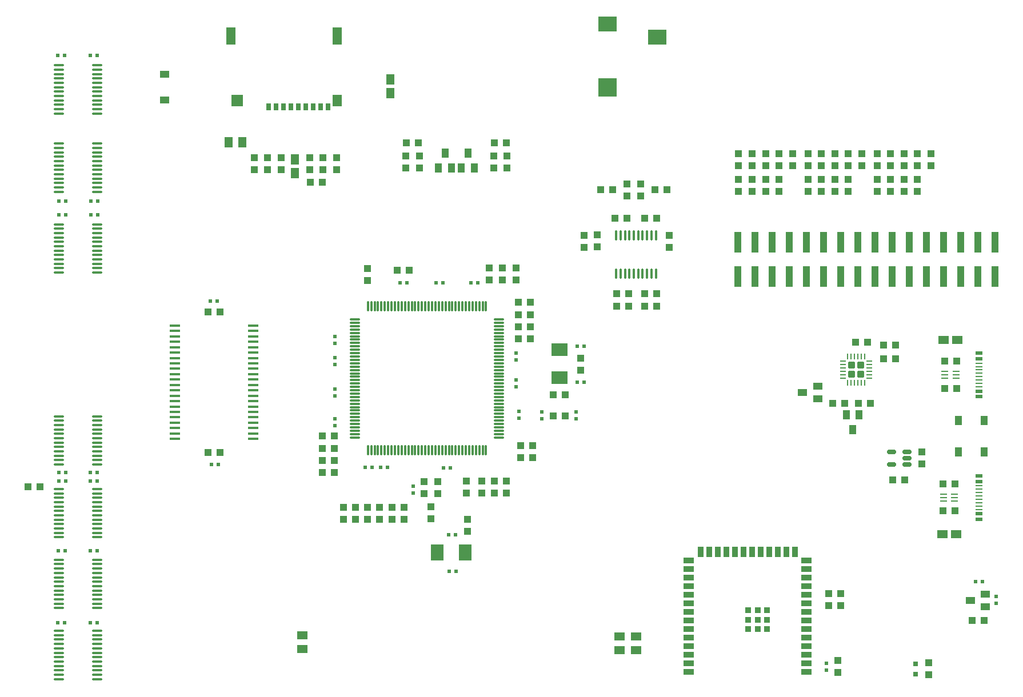
<source format=gbr>
%TF.GenerationSoftware,KiCad,Pcbnew,9.0.0*%
%TF.CreationDate,2025-05-18T10:37:10+02:00*%
%TF.ProjectId,HexAgon,48657841-676f-46e2-9e6b-696361645f70,rev?*%
%TF.SameCoordinates,Original*%
%TF.FileFunction,Paste,Top*%
%TF.FilePolarity,Positive*%
%FSLAX46Y46*%
G04 Gerber Fmt 4.6, Leading zero omitted, Abs format (unit mm)*
G04 Created by KiCad (PCBNEW 9.0.0) date 2025-05-18 10:37:10*
%MOMM*%
%LPD*%
G01*
G04 APERTURE LIST*
G04 Aperture macros list*
%AMRoundRect*
0 Rectangle with rounded corners*
0 $1 Rounding radius*
0 $2 $3 $4 $5 $6 $7 $8 $9 X,Y pos of 4 corners*
0 Add a 4 corners polygon primitive as box body*
4,1,4,$2,$3,$4,$5,$6,$7,$8,$9,$2,$3,0*
0 Add four circle primitives for the rounded corners*
1,1,$1+$1,$2,$3*
1,1,$1+$1,$4,$5*
1,1,$1+$1,$6,$7*
1,1,$1+$1,$8,$9*
0 Add four rect primitives between the rounded corners*
20,1,$1+$1,$2,$3,$4,$5,0*
20,1,$1+$1,$4,$5,$6,$7,0*
20,1,$1+$1,$6,$7,$8,$9,0*
20,1,$1+$1,$8,$9,$2,$3,0*%
G04 Aperture macros list end*
%ADD10R,1.500000X0.900000*%
%ADD11R,0.900000X1.500000*%
%ADD12R,0.900000X0.900000*%
%ADD13R,1.130000X0.530000*%
%ADD14R,1.130000X0.230000*%
%ADD15R,0.980000X0.230000*%
%ADD16RoundRect,0.075000X-0.662500X-0.075000X0.662500X-0.075000X0.662500X0.075000X-0.662500X0.075000X0*%
%ADD17RoundRect,0.075000X-0.075000X-0.662500X0.075000X-0.662500X0.075000X0.662500X-0.075000X0.662500X0*%
%ADD18R,1.016000X1.016000*%
%ADD19R,0.500000X0.550000*%
%ADD20R,1.000000X1.400000*%
%ADD21R,1.900000X2.400000*%
%ADD22R,0.550000X0.500000*%
%ADD23R,1.524000X1.270000*%
%ADD24R,1.400000X1.000000*%
%ADD25RoundRect,0.100000X-0.100000X0.637500X-0.100000X-0.637500X0.100000X-0.637500X0.100000X0.637500X0*%
%ADD26R,1.270000X1.524000*%
%ADD27RoundRect,0.100000X0.637500X0.100000X-0.637500X0.100000X-0.637500X-0.100000X0.637500X-0.100000X0*%
%ADD28RoundRect,0.100000X-0.637500X-0.100000X0.637500X-0.100000X0.637500X0.100000X-0.637500X0.100000X0*%
%ADD29R,1.000000X3.150000*%
%ADD30RoundRect,0.250000X0.275000X0.275000X-0.275000X0.275000X-0.275000X-0.275000X0.275000X-0.275000X0*%
%ADD31RoundRect,0.062500X0.350000X0.062500X-0.350000X0.062500X-0.350000X-0.062500X0.350000X-0.062500X0*%
%ADD32RoundRect,0.062500X0.062500X0.350000X-0.062500X0.350000X-0.062500X-0.350000X0.062500X-0.350000X0*%
%ADD33R,0.800000X0.800000*%
%ADD34R,1.500000X0.400000*%
%ADD35R,0.700000X1.100000*%
%ADD36R,1.800000X1.800000*%
%ADD37R,1.400000X1.800000*%
%ADD38R,1.400000X2.600000*%
%ADD39RoundRect,0.150000X0.512500X0.150000X-0.512500X0.150000X-0.512500X-0.150000X0.512500X-0.150000X0*%
%ADD40R,2.800000X2.200000*%
%ADD41R,2.800000X2.800000*%
%ADD42R,2.400000X1.900000*%
G04 APERTURE END LIST*
D10*
%TO.C,U2*%
X205500000Y-142400000D03*
X205500000Y-141130000D03*
X205500000Y-139860000D03*
X205500000Y-138590000D03*
X205500000Y-137320000D03*
X205500000Y-136050000D03*
X205500000Y-134780000D03*
X205500000Y-133510000D03*
X205500000Y-132240000D03*
X205500000Y-130970000D03*
X205500000Y-129700000D03*
X205500000Y-128430000D03*
X205500000Y-127160000D03*
X205500000Y-125890000D03*
D11*
X203735000Y-124640000D03*
X202465000Y-124640000D03*
X201195000Y-124640000D03*
X199925000Y-124640000D03*
X198655000Y-124640000D03*
X197385000Y-124640000D03*
X196115000Y-124640000D03*
X194845000Y-124640000D03*
X193575000Y-124640000D03*
X192305000Y-124640000D03*
X191035000Y-124640000D03*
X189765000Y-124640000D03*
D10*
X188000000Y-125890000D03*
X188000000Y-127160000D03*
X188000000Y-128430000D03*
X188000000Y-129700000D03*
X188000000Y-130970000D03*
X188000000Y-132240000D03*
X188000000Y-133510000D03*
X188000000Y-134780000D03*
X188000000Y-136050000D03*
X188000000Y-137320000D03*
X188000000Y-138590000D03*
X188000000Y-139860000D03*
X188000000Y-141130000D03*
X188000000Y-142400000D03*
D12*
X199650000Y-136080000D03*
X199650000Y-134680000D03*
X199650000Y-133280000D03*
X199650000Y-133280000D03*
X198250000Y-136080000D03*
X198250000Y-136080000D03*
X198250000Y-134680000D03*
X198250000Y-133280000D03*
X196850000Y-136080000D03*
X196850000Y-134680000D03*
X196850000Y-133280000D03*
%TD*%
D13*
%TO.C,USBC_UART0*%
X231053312Y-101621038D03*
X231053312Y-100821038D03*
D14*
X231053312Y-99671038D03*
X231053312Y-98671038D03*
X231053312Y-98171038D03*
X231053312Y-97171038D03*
D13*
X231053312Y-96021038D03*
X231053312Y-95221038D03*
X231053312Y-95221038D03*
X231053312Y-96021038D03*
D14*
X231053312Y-96671038D03*
X231053312Y-97671038D03*
X231053312Y-99171038D03*
X231053312Y-100171038D03*
D13*
X231053312Y-100821038D03*
X231053312Y-101621038D03*
%TD*%
%TO.C,USBC_OTG0*%
X231053312Y-119800000D03*
X231053312Y-119000000D03*
D14*
X231053312Y-118350000D03*
X231053312Y-117350000D03*
X231053312Y-115850000D03*
X231053312Y-114850000D03*
D13*
X231053312Y-114200000D03*
X231053312Y-113400000D03*
X231053312Y-113400000D03*
X231053312Y-114200000D03*
D14*
X231053312Y-115350000D03*
X231053312Y-116350000D03*
X231053312Y-116850000D03*
X231053312Y-117850000D03*
D13*
X231053312Y-119000000D03*
X231053312Y-119800000D03*
%TD*%
D15*
%TO.C,U7*%
X225990000Y-98900000D03*
X225990000Y-98400000D03*
X225990000Y-97900000D03*
X227610000Y-97900000D03*
X227610000Y-98400000D03*
X227610000Y-98900000D03*
%TD*%
D16*
%TO.C,U5*%
X138587500Y-90187500D03*
X138587500Y-90687500D03*
X138587500Y-91187500D03*
X138587500Y-91687500D03*
X138587500Y-92187500D03*
X138587500Y-92687500D03*
X138587500Y-93187500D03*
X138587500Y-93687500D03*
X138587500Y-94187500D03*
X138587500Y-94687500D03*
X138587500Y-95187500D03*
X138587500Y-95687500D03*
X138587500Y-96187500D03*
X138587500Y-96687500D03*
X138587500Y-97187500D03*
X138587500Y-97687500D03*
X138587500Y-98187500D03*
X138587500Y-98687500D03*
X138587500Y-99187500D03*
X138587500Y-99687500D03*
X138587500Y-100187500D03*
X138587500Y-100687500D03*
X138587500Y-101187500D03*
X138587500Y-101687500D03*
X138587500Y-102187500D03*
X138587500Y-102687500D03*
X138587500Y-103187500D03*
X138587500Y-103687500D03*
X138587500Y-104187500D03*
X138587500Y-104687500D03*
X138587500Y-105187500D03*
X138587500Y-105687500D03*
X138587500Y-106187500D03*
X138587500Y-106687500D03*
X138587500Y-107187500D03*
X138587500Y-107687500D03*
D17*
X140500000Y-109600000D03*
X141000000Y-109600000D03*
X141500000Y-109600000D03*
X142000000Y-109600000D03*
X142500000Y-109600000D03*
X143000000Y-109600000D03*
X143500000Y-109600000D03*
X144000000Y-109600000D03*
X144500000Y-109600000D03*
X145000000Y-109600000D03*
X145500000Y-109600000D03*
X146000000Y-109600000D03*
X146500000Y-109600000D03*
X147000000Y-109600000D03*
X147500000Y-109600000D03*
X148000000Y-109600000D03*
X148500000Y-109600000D03*
X149000000Y-109600000D03*
X149500000Y-109600000D03*
X150000000Y-109600000D03*
X150500000Y-109600000D03*
X151000000Y-109600000D03*
X151500000Y-109600000D03*
X152000000Y-109600000D03*
X152500000Y-109600000D03*
X153000000Y-109600000D03*
X153500000Y-109600000D03*
X154000000Y-109600000D03*
X154500000Y-109600000D03*
X155000000Y-109600000D03*
X155500000Y-109600000D03*
X156000000Y-109600000D03*
X156500000Y-109600000D03*
X157000000Y-109600000D03*
X157500000Y-109600000D03*
X158000000Y-109600000D03*
D16*
X159912500Y-107687500D03*
X159912500Y-107187500D03*
X159912500Y-106687500D03*
X159912500Y-106187500D03*
X159912500Y-105687500D03*
X159912500Y-105187500D03*
X159912500Y-104687500D03*
X159912500Y-104187500D03*
X159912500Y-103687500D03*
X159912500Y-103187500D03*
X159912500Y-102687500D03*
X159912500Y-102187500D03*
X159912500Y-101687500D03*
X159912500Y-101187500D03*
X159912500Y-100687500D03*
X159912500Y-100187500D03*
X159912500Y-99687500D03*
X159912500Y-99187500D03*
X159912500Y-98687500D03*
X159912500Y-98187500D03*
X159912500Y-97687500D03*
X159912500Y-97187500D03*
X159912500Y-96687500D03*
X159912500Y-96187500D03*
X159912500Y-95687500D03*
X159912500Y-95187500D03*
X159912500Y-94687500D03*
X159912500Y-94187500D03*
X159912500Y-93687500D03*
X159912500Y-93187500D03*
X159912500Y-92687500D03*
X159912500Y-92187500D03*
X159912500Y-91687500D03*
X159912500Y-91187500D03*
X159912500Y-90687500D03*
X159912500Y-90187500D03*
D17*
X158000000Y-88275000D03*
X157500000Y-88275000D03*
X157000000Y-88275000D03*
X156500000Y-88275000D03*
X156000000Y-88275000D03*
X155500000Y-88275000D03*
X155000000Y-88275000D03*
X154500000Y-88275000D03*
X154000000Y-88275000D03*
X153500000Y-88275000D03*
X153000000Y-88275000D03*
X152500000Y-88275000D03*
X152000000Y-88275000D03*
X151500000Y-88275000D03*
X151000000Y-88275000D03*
X150500000Y-88275000D03*
X150000000Y-88275000D03*
X149500000Y-88275000D03*
X149000000Y-88275000D03*
X148500000Y-88275000D03*
X148000000Y-88275000D03*
X147500000Y-88275000D03*
X147000000Y-88275000D03*
X146500000Y-88275000D03*
X146000000Y-88275000D03*
X145500000Y-88275000D03*
X145000000Y-88275000D03*
X144500000Y-88275000D03*
X144000000Y-88275000D03*
X143500000Y-88275000D03*
X143000000Y-88275000D03*
X142500000Y-88275000D03*
X142000000Y-88275000D03*
X141500000Y-88275000D03*
X141000000Y-88275000D03*
X140500000Y-88275000D03*
%TD*%
D18*
%TO.C,R16*%
X201424840Y-69421000D03*
X201424840Y-71199000D03*
%TD*%
%TO.C,R79*%
X133855500Y-66211000D03*
X133855500Y-67989000D03*
%TD*%
D19*
%TO.C,C58*%
X99492000Y-74710000D03*
X100508000Y-74710000D03*
%TD*%
D18*
%TO.C,R69*%
X164539000Y-87687500D03*
X162761000Y-87687500D03*
%TD*%
D20*
%TO.C,D4*%
X227999412Y-109814754D03*
X231799412Y-109814754D03*
%TD*%
D18*
%TO.C,R75*%
X160450000Y-82598500D03*
X160450000Y-84376500D03*
%TD*%
D21*
%TO.C,Y2*%
X150800000Y-124706981D03*
X154900000Y-124706981D03*
%TD*%
D22*
%TO.C,C39*%
X135650000Y-101508000D03*
X135650000Y-100492000D03*
%TD*%
%TO.C,C38*%
X135650000Y-96900000D03*
X135650000Y-95884000D03*
%TD*%
D19*
%TO.C,C2*%
X153558000Y-127496981D03*
X152542000Y-127496981D03*
%TD*%
%TO.C,C56*%
X99400000Y-114110000D03*
X100416000Y-114110000D03*
%TD*%
%TO.C,C63*%
X99492000Y-72630000D03*
X100508000Y-72630000D03*
%TD*%
D18*
%TO.C,R9*%
X207674840Y-69421000D03*
X207674840Y-71199000D03*
%TD*%
%TO.C,R17*%
X211674840Y-69421000D03*
X211674840Y-71199000D03*
%TD*%
D23*
%TO.C,L4*%
X227616000Y-122000000D03*
X225584000Y-122000000D03*
%TD*%
D24*
%TO.C,Q5*%
X207117440Y-101974960D03*
X207117440Y-100072500D03*
X204907640Y-101027540D03*
%TD*%
D18*
%TO.C,R73*%
X131855500Y-66211000D03*
X131855500Y-67989000D03*
%TD*%
%TO.C,R68*%
X164539000Y-91287500D03*
X162761000Y-91287500D03*
%TD*%
%TO.C,R35*%
X138650000Y-118022000D03*
X138650000Y-119800000D03*
%TD*%
%TO.C,C66*%
X216911000Y-96000000D03*
X218689000Y-96000000D03*
%TD*%
%TO.C,R66*%
X167911000Y-104500000D03*
X169689000Y-104500000D03*
%TD*%
%TO.C,R51*%
X223600000Y-142889000D03*
X223600000Y-141111000D03*
%TD*%
D19*
%TO.C,C15*%
X171542000Y-99537500D03*
X172558000Y-99537500D03*
%TD*%
D23*
%TO.C,L3*%
X227816000Y-93200000D03*
X225784000Y-93200000D03*
%TD*%
D18*
%TO.C,C27*%
X222600000Y-109800000D03*
X222600000Y-111578000D03*
%TD*%
%TO.C,C20*%
X183289000Y-86400000D03*
X181511000Y-86400000D03*
%TD*%
%TO.C,R38*%
X149850000Y-119706981D03*
X149850000Y-117928981D03*
%TD*%
D19*
%TO.C,C62*%
X99400000Y-124510000D03*
X100416000Y-124510000D03*
%TD*%
D18*
%TO.C,R32*%
X221924840Y-67449000D03*
X221924840Y-65671000D03*
%TD*%
%TO.C,C12*%
X174450000Y-79428000D03*
X174450000Y-77650000D03*
%TD*%
%TO.C,R20*%
X178900000Y-70111000D03*
X178900000Y-71889000D03*
%TD*%
%TO.C,R86*%
X214489000Y-93600000D03*
X212711000Y-93600000D03*
%TD*%
D25*
%TO.C,U9*%
X183150000Y-77700000D03*
X182500000Y-77700000D03*
X181850000Y-77700000D03*
X181200000Y-77700000D03*
X180550000Y-77700000D03*
X179900000Y-77700000D03*
X179250000Y-77700000D03*
X178600000Y-77700000D03*
X177950000Y-77700000D03*
X177300000Y-77700000D03*
X177300000Y-83425000D03*
X177950000Y-83425000D03*
X178600000Y-83425000D03*
X179250000Y-83425000D03*
X179900000Y-83425000D03*
X180550000Y-83425000D03*
X181200000Y-83425000D03*
X181850000Y-83425000D03*
X182500000Y-83425000D03*
X183150000Y-83425000D03*
%TD*%
D18*
%TO.C,C26*%
X218211000Y-113939000D03*
X219989000Y-113939000D03*
%TD*%
D19*
%TO.C,C3*%
X230494800Y-129044600D03*
X231510800Y-129044600D03*
%TD*%
D18*
%TO.C,R80*%
X144050000Y-118022000D03*
X144050000Y-119800000D03*
%TD*%
%TO.C,R58*%
X135539000Y-107487500D03*
X133761000Y-107487500D03*
%TD*%
D20*
%TO.C,FET2*%
X150961040Y-67726440D03*
X152863500Y-67726440D03*
X151908460Y-65516640D03*
%TD*%
D18*
%TO.C,R13*%
X209674840Y-69421000D03*
X209674840Y-71199000D03*
%TD*%
%TO.C,R70*%
X164539000Y-89487500D03*
X162761000Y-89487500D03*
%TD*%
D26*
%TO.C,L2*%
X143800000Y-54584000D03*
X143800000Y-56616000D03*
%TD*%
D24*
%TO.C,D3*%
X110400000Y-57700000D03*
X110400000Y-53900000D03*
%TD*%
D18*
%TO.C,R72*%
X127655500Y-66211000D03*
X127655500Y-67989000D03*
%TD*%
D27*
%TO.C,U1*%
X100402500Y-71285000D03*
X100402500Y-70635000D03*
X100402500Y-69985000D03*
X100402500Y-69335000D03*
X100402500Y-68685000D03*
X100402500Y-68035000D03*
X100402500Y-67385000D03*
X100402500Y-66735000D03*
X100402500Y-66085000D03*
X100402500Y-65435000D03*
X100402500Y-64785000D03*
X100402500Y-64135000D03*
X94677500Y-64135000D03*
X94677500Y-64785000D03*
X94677500Y-65435000D03*
X94677500Y-66085000D03*
X94677500Y-66735000D03*
X94677500Y-67385000D03*
X94677500Y-68035000D03*
X94677500Y-68685000D03*
X94677500Y-69335000D03*
X94677500Y-69985000D03*
X94677500Y-70635000D03*
X94677500Y-71285000D03*
%TD*%
D18*
%TO.C,C21*%
X179089000Y-86400000D03*
X177311000Y-86400000D03*
%TD*%
D19*
%TO.C,C52*%
X95708000Y-112910000D03*
X94692000Y-112910000D03*
%TD*%
D18*
%TO.C,C16*%
X179089000Y-88200000D03*
X177311000Y-88200000D03*
%TD*%
%TO.C,C13*%
X172500000Y-79489000D03*
X172500000Y-77711000D03*
%TD*%
%TO.C,R2*%
X195424840Y-65671000D03*
X195424840Y-67449000D03*
%TD*%
D28*
%TO.C,U11*%
X94677500Y-136340000D03*
X94677500Y-136990000D03*
X94677500Y-137640000D03*
X94677500Y-138290000D03*
X94677500Y-138940000D03*
X94677500Y-139590000D03*
X94677500Y-140240000D03*
X94677500Y-140890000D03*
X94677500Y-141540000D03*
X94677500Y-142190000D03*
X94677500Y-142840000D03*
X94677500Y-143490000D03*
X100402500Y-143490000D03*
X100402500Y-142840000D03*
X100402500Y-142190000D03*
X100402500Y-141540000D03*
X100402500Y-140890000D03*
X100402500Y-140240000D03*
X100402500Y-139590000D03*
X100402500Y-138940000D03*
X100402500Y-138290000D03*
X100402500Y-137640000D03*
X100402500Y-136990000D03*
X100402500Y-136340000D03*
%TD*%
D18*
%TO.C,R76*%
X125655500Y-66211000D03*
X125655500Y-67989000D03*
%TD*%
%TO.C,R8*%
X197424840Y-69421000D03*
X197424840Y-71199000D03*
%TD*%
%TO.C,R5*%
X205674840Y-69421000D03*
X205674840Y-71199000D03*
%TD*%
D15*
%TO.C,U8*%
X227420000Y-117100000D03*
X227420000Y-116600000D03*
X227420000Y-116100000D03*
X225800000Y-116100000D03*
X225800000Y-116600000D03*
X225800000Y-117100000D03*
%TD*%
D28*
%TO.C,U10*%
X94677500Y-125815000D03*
X94677500Y-126465000D03*
X94677500Y-127115000D03*
X94677500Y-127765000D03*
X94677500Y-128415000D03*
X94677500Y-129065000D03*
X94677500Y-129715000D03*
X94677500Y-130365000D03*
X94677500Y-131015000D03*
X94677500Y-131665000D03*
X94677500Y-132315000D03*
X94677500Y-132965000D03*
X100402500Y-132965000D03*
X100402500Y-132315000D03*
X100402500Y-131665000D03*
X100402500Y-131015000D03*
X100402500Y-130365000D03*
X100402500Y-129715000D03*
X100402500Y-129065000D03*
X100402500Y-128415000D03*
X100402500Y-127765000D03*
X100402500Y-127115000D03*
X100402500Y-126465000D03*
X100402500Y-125815000D03*
%TD*%
D18*
%TO.C,R46*%
X161111000Y-67708000D03*
X161111000Y-65930000D03*
%TD*%
%TO.C,R28*%
X217924840Y-65671000D03*
X217924840Y-67449000D03*
%TD*%
D19*
%TO.C,C60*%
X99400000Y-135110000D03*
X100416000Y-135110000D03*
%TD*%
D29*
%TO.C,J3*%
X195340000Y-83800000D03*
X195340000Y-78750000D03*
X197880000Y-83800000D03*
X197880000Y-78750000D03*
X200420000Y-83800000D03*
X200420000Y-78750000D03*
X202960000Y-83800000D03*
X202960000Y-78750000D03*
X205500000Y-83800000D03*
X205500000Y-78750000D03*
X208040000Y-83800000D03*
X208040000Y-78750000D03*
X210580000Y-83800000D03*
X210580000Y-78750000D03*
X213120000Y-83800000D03*
X213120000Y-78750000D03*
X215660000Y-83800000D03*
X215660000Y-78750000D03*
X218200000Y-83800000D03*
X218200000Y-78750000D03*
X220740000Y-83800000D03*
X220740000Y-78750000D03*
X223280000Y-83800000D03*
X223280000Y-78750000D03*
X225820000Y-83800000D03*
X225820000Y-78750000D03*
X228360000Y-83800000D03*
X228360000Y-78750000D03*
X230900000Y-83800000D03*
X230900000Y-78750000D03*
X233440000Y-83800000D03*
X233440000Y-78750000D03*
%TD*%
D28*
%TO.C,U16*%
X94677500Y-115335000D03*
X94677500Y-115985000D03*
X94677500Y-116635000D03*
X94677500Y-117285000D03*
X94677500Y-117935000D03*
X94677500Y-118585000D03*
X94677500Y-119235000D03*
X94677500Y-119885000D03*
X94677500Y-120535000D03*
X94677500Y-121185000D03*
X94677500Y-121835000D03*
X94677500Y-122485000D03*
X100402500Y-122485000D03*
X100402500Y-121835000D03*
X100402500Y-121185000D03*
X100402500Y-120535000D03*
X100402500Y-119885000D03*
X100402500Y-119235000D03*
X100402500Y-118585000D03*
X100402500Y-117935000D03*
X100402500Y-117285000D03*
X100402500Y-116635000D03*
X100402500Y-115985000D03*
X100402500Y-115335000D03*
%TD*%
D18*
%TO.C,C17*%
X181511000Y-75200000D03*
X183289000Y-75200000D03*
%TD*%
%TO.C,R65*%
X155100000Y-114111000D03*
X155100000Y-115889000D03*
%TD*%
D20*
%TO.C,D5*%
X228003148Y-105193702D03*
X231803148Y-105193702D03*
%TD*%
D24*
%TO.C,U3*%
X231994800Y-132794600D03*
X231994800Y-130894600D03*
X229794800Y-131844600D03*
%TD*%
D18*
%TO.C,R78*%
X131966500Y-69900000D03*
X133744500Y-69900000D03*
%TD*%
%TO.C,R18*%
X227499000Y-118527600D03*
X225721000Y-118527600D03*
%TD*%
%TO.C,R11*%
X209674840Y-67449000D03*
X209674840Y-65671000D03*
%TD*%
D30*
%TO.C,U12*%
X213460000Y-98275000D03*
X213460000Y-96975000D03*
X212160000Y-98275000D03*
X212160000Y-96975000D03*
D31*
X214747500Y-98875000D03*
X214747500Y-98375000D03*
X214747500Y-97875000D03*
X214747500Y-97375000D03*
X214747500Y-96875000D03*
X214747500Y-96375000D03*
D32*
X214060000Y-95687500D03*
X213560000Y-95687500D03*
X213060000Y-95687500D03*
X212560000Y-95687500D03*
X212060000Y-95687500D03*
X211560000Y-95687500D03*
D31*
X210872500Y-96375000D03*
X210872500Y-96875000D03*
X210872500Y-97375000D03*
X210872500Y-97875000D03*
X210872500Y-98375000D03*
X210872500Y-98875000D03*
D32*
X211560000Y-99562500D03*
X212060000Y-99562500D03*
X212560000Y-99562500D03*
X213060000Y-99562500D03*
X213560000Y-99562500D03*
X214060000Y-99562500D03*
%TD*%
D18*
%TO.C,C29*%
X116798500Y-89102008D03*
X118576500Y-89102008D03*
%TD*%
%TO.C,C14*%
X183289000Y-88200000D03*
X181511000Y-88200000D03*
%TD*%
%TO.C,R22*%
X180900000Y-70111000D03*
X180900000Y-71889000D03*
%TD*%
D23*
%TO.C,C18*%
X177800000Y-137184000D03*
X177800000Y-139216000D03*
%TD*%
D18*
%TO.C,C25*%
X210155000Y-140701000D03*
X210155000Y-142479000D03*
%TD*%
%TO.C,R6*%
X197424840Y-65671000D03*
X197424840Y-67449000D03*
%TD*%
%TO.C,R49*%
X157400000Y-114134966D03*
X157400000Y-115912966D03*
%TD*%
%TO.C,R85*%
X211089000Y-102600000D03*
X209311000Y-102600000D03*
%TD*%
%TO.C,R44*%
X159111000Y-65930000D03*
X159111000Y-67708000D03*
%TD*%
%TO.C,R3*%
X205674840Y-65671000D03*
X205674840Y-67449000D03*
%TD*%
%TO.C,R45*%
X148111000Y-65930000D03*
X148111000Y-67708000D03*
%TD*%
D19*
%TO.C,C42*%
X143416000Y-112137500D03*
X142400000Y-112137500D03*
%TD*%
D22*
%TO.C,C35*%
X171300000Y-103892000D03*
X171300000Y-104908000D03*
%TD*%
D19*
%TO.C,C51*%
X99400000Y-112910000D03*
X100416000Y-112910000D03*
%TD*%
D18*
%TO.C,R34*%
X210578000Y-132600000D03*
X208800000Y-132600000D03*
%TD*%
%TO.C,R14*%
X201424840Y-67449000D03*
X201424840Y-65671000D03*
%TD*%
D22*
%TO.C,C45*%
X162450000Y-99137500D03*
X162450000Y-100153500D03*
%TD*%
D18*
%TO.C,C32*%
X118576500Y-109902008D03*
X116798500Y-109902008D03*
%TD*%
%TO.C,R82*%
X214938000Y-102600000D03*
X213160000Y-102600000D03*
%TD*%
%TO.C,R31*%
X219924840Y-69421000D03*
X219924840Y-71199000D03*
%TD*%
%TO.C,R26*%
X215924840Y-65671000D03*
X215924840Y-67449000D03*
%TD*%
D20*
%TO.C,FET1*%
X154361040Y-67726440D03*
X156263500Y-67726440D03*
X155308460Y-65516640D03*
%TD*%
D18*
%TO.C,R56*%
X164889000Y-108900000D03*
X163111000Y-108900000D03*
%TD*%
D28*
%TO.C,U15*%
X94677500Y-52540000D03*
X94677500Y-53190000D03*
X94677500Y-53840000D03*
X94677500Y-54490000D03*
X94677500Y-55140000D03*
X94677500Y-55790000D03*
X94677500Y-56440000D03*
X94677500Y-57090000D03*
X94677500Y-57740000D03*
X94677500Y-58390000D03*
X94677500Y-59040000D03*
X94677500Y-59690000D03*
X100402500Y-59690000D03*
X100402500Y-59040000D03*
X100402500Y-58390000D03*
X100402500Y-57740000D03*
X100402500Y-57090000D03*
X100402500Y-56440000D03*
X100402500Y-55790000D03*
X100402500Y-55140000D03*
X100402500Y-54490000D03*
X100402500Y-53840000D03*
X100402500Y-53190000D03*
X100402500Y-52540000D03*
%TD*%
D19*
%TO.C,C48*%
X150634000Y-84737500D03*
X151650000Y-84737500D03*
%TD*%
D33*
%TO.C,POWER1*%
X221600000Y-142762000D03*
X221600000Y-141238000D03*
%TD*%
D18*
%TO.C,R64*%
X142250000Y-118022000D03*
X142250000Y-119800000D03*
%TD*%
D22*
%TO.C,C28*%
X135650000Y-93737500D03*
X135650000Y-92721500D03*
%TD*%
D18*
%TO.C,R48*%
X161000000Y-115889000D03*
X161000000Y-114111000D03*
%TD*%
%TO.C,R25*%
X213674840Y-67449000D03*
X213674840Y-65671000D03*
%TD*%
D19*
%TO.C,C1*%
X152450000Y-122096981D03*
X153466000Y-122096981D03*
%TD*%
%TO.C,C30*%
X117179500Y-87502008D03*
X118195500Y-87502008D03*
%TD*%
%TO.C,C59*%
X95600000Y-135110000D03*
X94584000Y-135110000D03*
%TD*%
D22*
%TO.C,C34*%
X147250000Y-114911481D03*
X147250000Y-115927481D03*
%TD*%
D18*
%TO.C,R23*%
X158450000Y-84376500D03*
X158450000Y-82598500D03*
%TD*%
%TO.C,R36*%
X223924840Y-67449000D03*
X223924840Y-65671000D03*
%TD*%
D19*
%TO.C,C57*%
X95708000Y-74710000D03*
X94692000Y-74710000D03*
%TD*%
D22*
%TO.C,C40*%
X135650000Y-105937500D03*
X135650000Y-104921500D03*
%TD*%
D18*
%TO.C,R59*%
X164889000Y-110700000D03*
X163111000Y-110700000D03*
%TD*%
%TO.C,C65*%
X216911000Y-94000000D03*
X218689000Y-94000000D03*
%TD*%
%TO.C,R7*%
X207674840Y-65671000D03*
X207674840Y-67449000D03*
%TD*%
%TO.C,R10*%
X199424840Y-67449000D03*
X199424840Y-65671000D03*
%TD*%
%TO.C,R63*%
X140450000Y-118022000D03*
X140450000Y-119800000D03*
%TD*%
D34*
%TO.C,U4*%
X111887500Y-91102008D03*
X111887500Y-91902008D03*
X111887500Y-92702008D03*
X111887500Y-93502008D03*
X111887500Y-94302008D03*
X111887500Y-95102008D03*
X111887500Y-95902008D03*
X111887500Y-96702008D03*
X111887500Y-97502008D03*
X111887500Y-98302008D03*
X111887500Y-99102008D03*
X111887500Y-99902008D03*
X111887500Y-100702008D03*
X111887500Y-101502008D03*
X111887500Y-102302008D03*
X111887500Y-103102008D03*
X111887500Y-103902008D03*
X111887500Y-104702008D03*
X111887500Y-105502008D03*
X111887500Y-106302008D03*
X111887500Y-107102008D03*
X111887500Y-107902008D03*
X123487500Y-107902008D03*
X123487500Y-107102008D03*
X123487500Y-106302008D03*
X123487500Y-105502008D03*
X123487500Y-104702008D03*
X123487500Y-103902008D03*
X123487500Y-103102008D03*
X123487500Y-102302008D03*
X123487500Y-101502008D03*
X123487500Y-100702008D03*
X123487500Y-99902008D03*
X123487500Y-99102008D03*
X123487500Y-98302008D03*
X123487500Y-97502008D03*
X123487500Y-96702008D03*
X123487500Y-95902008D03*
X123487500Y-95102008D03*
X123487500Y-94302008D03*
X123487500Y-93502008D03*
X123487500Y-92702008D03*
X123487500Y-91902008D03*
X123487500Y-91102008D03*
%TD*%
D18*
%TO.C,R39*%
X135539000Y-111087500D03*
X133761000Y-111087500D03*
%TD*%
%TO.C,R61*%
X172050000Y-97716500D03*
X172050000Y-95938500D03*
%TD*%
%TO.C,R24*%
X210556000Y-130800000D03*
X208778000Y-130800000D03*
%TD*%
%TO.C,C19*%
X177111000Y-75200000D03*
X178889000Y-75200000D03*
%TD*%
%TO.C,R77*%
X123655500Y-66211000D03*
X123655500Y-67989000D03*
%TD*%
D22*
%TO.C,C24*%
X208400000Y-141190000D03*
X208400000Y-142206000D03*
%TD*%
D18*
%TO.C,R55*%
X140450000Y-82687500D03*
X140450000Y-84465500D03*
%TD*%
D19*
%TO.C,C61*%
X95616000Y-124510000D03*
X94600000Y-124510000D03*
%TD*%
D18*
%TO.C,R62*%
X135539000Y-109287500D03*
X133761000Y-109287500D03*
%TD*%
%TO.C,R42*%
X159222000Y-64019000D03*
X161000000Y-64019000D03*
%TD*%
%TO.C,R74*%
X162450000Y-82598500D03*
X162450000Y-84376500D03*
%TD*%
%TO.C,R37*%
X150850000Y-114267981D03*
X150850000Y-116045981D03*
%TD*%
D19*
%TO.C,C43*%
X152708000Y-112200000D03*
X151692000Y-112200000D03*
%TD*%
D18*
%TO.C,R53*%
X145850000Y-119800000D03*
X145850000Y-118022000D03*
%TD*%
D22*
%TO.C,C46*%
X162450000Y-95200000D03*
X162450000Y-96216000D03*
%TD*%
D18*
%TO.C,R84*%
X227699000Y-96400000D03*
X225921000Y-96400000D03*
%TD*%
%TO.C,R15*%
X211674840Y-67449000D03*
X211674840Y-65671000D03*
%TD*%
%TO.C,R27*%
X215924840Y-69421000D03*
X215924840Y-71199000D03*
%TD*%
D23*
%TO.C,C22*%
X180200000Y-137184000D03*
X180200000Y-139216000D03*
%TD*%
D19*
%TO.C,C41*%
X141108000Y-112137500D03*
X140092000Y-112137500D03*
%TD*%
D18*
%TO.C,C10*%
X184789000Y-71000000D03*
X183011000Y-71000000D03*
%TD*%
D19*
%TO.C,C53*%
X95600000Y-51110000D03*
X94584000Y-51110000D03*
%TD*%
D18*
%TO.C,R30*%
X219924840Y-67449000D03*
X219924840Y-65671000D03*
%TD*%
%TO.C,R52*%
X231783800Y-134844600D03*
X230005800Y-134844600D03*
%TD*%
%TO.C,R83*%
X227689000Y-100400000D03*
X225911000Y-100400000D03*
%TD*%
%TO.C,C50*%
X144850000Y-82887500D03*
X146628000Y-82887500D03*
%TD*%
%TO.C,R67*%
X164539000Y-93087500D03*
X162761000Y-93087500D03*
%TD*%
D19*
%TO.C,C47*%
X155742000Y-84737500D03*
X156758000Y-84737500D03*
%TD*%
D18*
%TO.C,R50*%
X159200000Y-114111000D03*
X159200000Y-115889000D03*
%TD*%
%TO.C,R41*%
X155250000Y-121595981D03*
X155250000Y-119817981D03*
%TD*%
%TO.C,R43*%
X148000000Y-64019000D03*
X146222000Y-64019000D03*
%TD*%
%TO.C,R19*%
X227499000Y-114527600D03*
X225721000Y-114527600D03*
%TD*%
D26*
%TO.C,L1*%
X129655500Y-68516000D03*
X129655500Y-66484000D03*
%TD*%
D22*
%TO.C,C44*%
X162900000Y-103800000D03*
X162900000Y-104816000D03*
%TD*%
D35*
%TO.C,MICRO_SD1*%
X125805500Y-58650000D03*
X126905500Y-58650000D03*
X128005500Y-58650000D03*
X129105500Y-58650000D03*
X130205500Y-58650000D03*
X131305500Y-58650000D03*
X132405500Y-58650000D03*
X133505500Y-58650000D03*
X134605500Y-58650000D03*
D36*
X121105500Y-57770000D03*
D37*
X135905500Y-57770000D03*
D38*
X120205500Y-48170000D03*
X135905500Y-48170000D03*
%TD*%
D18*
%TO.C,R40*%
X135539000Y-112887500D03*
X133761000Y-112887500D03*
%TD*%
%TO.C,R4*%
X195424840Y-69421000D03*
X195424840Y-71199000D03*
%TD*%
%TO.C,R54*%
X148850000Y-116045981D03*
X148850000Y-114267981D03*
%TD*%
D39*
%TO.C,U14*%
X220375000Y-111689000D03*
X220375000Y-110739000D03*
X220375000Y-109789000D03*
X218100000Y-109789000D03*
X218100000Y-111689000D03*
%TD*%
D19*
%TO.C,C31*%
X118306500Y-111702008D03*
X117290500Y-111702008D03*
%TD*%
D18*
%TO.C,R57*%
X91889000Y-115000000D03*
X90111000Y-115000000D03*
%TD*%
D19*
%TO.C,C54*%
X99400000Y-51110000D03*
X100416000Y-51110000D03*
%TD*%
D22*
%TO.C,C4*%
X233605800Y-131244600D03*
X233605800Y-132260600D03*
%TD*%
D18*
%TO.C,R33*%
X221924840Y-69421000D03*
X221924840Y-71199000D03*
%TD*%
D27*
%TO.C,U17*%
X100402500Y-111690000D03*
X100402500Y-111040000D03*
X100402500Y-110390000D03*
X100402500Y-109740000D03*
X100402500Y-109090000D03*
X100402500Y-108440000D03*
X100402500Y-107790000D03*
X100402500Y-107140000D03*
X100402500Y-106490000D03*
X100402500Y-105840000D03*
X100402500Y-105190000D03*
X100402500Y-104540000D03*
X94677500Y-104540000D03*
X94677500Y-105190000D03*
X94677500Y-105840000D03*
X94677500Y-106490000D03*
X94677500Y-107140000D03*
X94677500Y-107790000D03*
X94677500Y-108440000D03*
X94677500Y-109090000D03*
X94677500Y-109740000D03*
X94677500Y-110390000D03*
X94677500Y-111040000D03*
X94677500Y-111690000D03*
%TD*%
D18*
%TO.C,R60*%
X167961000Y-101337500D03*
X169739000Y-101337500D03*
%TD*%
%TO.C,R12*%
X199424840Y-69421000D03*
X199424840Y-71199000D03*
%TD*%
D26*
%TO.C,C37*%
X121871500Y-63900000D03*
X119839500Y-63900000D03*
%TD*%
D19*
%TO.C,C55*%
X95708000Y-114110000D03*
X94692000Y-114110000D03*
%TD*%
D18*
%TO.C,R21*%
X203424840Y-67449000D03*
X203424840Y-65671000D03*
%TD*%
D40*
%TO.C,X1*%
X183400000Y-48400000D03*
X176000000Y-46400000D03*
D41*
X176000000Y-55800000D03*
%TD*%
D18*
%TO.C,R29*%
X217924840Y-69421000D03*
X217924840Y-71199000D03*
%TD*%
%TO.C,C9*%
X175011000Y-71000000D03*
X176789000Y-71000000D03*
%TD*%
D19*
%TO.C,C49*%
X145250000Y-84737500D03*
X146266000Y-84737500D03*
%TD*%
D23*
%TO.C,C23*%
X130800000Y-136984000D03*
X130800000Y-139016000D03*
%TD*%
D19*
%TO.C,C33*%
X171542000Y-94137500D03*
X172558000Y-94137500D03*
%TD*%
D18*
%TO.C,R47*%
X146111000Y-67708000D03*
X146111000Y-65930000D03*
%TD*%
%TO.C,R1*%
X136850000Y-118022000D03*
X136850000Y-119800000D03*
%TD*%
D22*
%TO.C,C36*%
X166300000Y-104908000D03*
X166300000Y-103892000D03*
%TD*%
D18*
%TO.C,R71*%
X135855500Y-66211000D03*
X135855500Y-67989000D03*
%TD*%
D19*
%TO.C,C64*%
X95708000Y-72630000D03*
X94692000Y-72630000D03*
%TD*%
D20*
%TO.C,Q4*%
X213259960Y-104317560D03*
X211357500Y-104317560D03*
X212312540Y-106527360D03*
%TD*%
D18*
%TO.C,C11*%
X185100000Y-79489000D03*
X185100000Y-77711000D03*
%TD*%
D42*
%TO.C,Y1*%
X168850000Y-94687500D03*
X168850000Y-98787500D03*
%TD*%
D28*
%TO.C,U13*%
X94677500Y-76090000D03*
X94677500Y-76740000D03*
X94677500Y-77390000D03*
X94677500Y-78040000D03*
X94677500Y-78690000D03*
X94677500Y-79340000D03*
X94677500Y-79990000D03*
X94677500Y-80640000D03*
X94677500Y-81290000D03*
X94677500Y-81940000D03*
X94677500Y-82590000D03*
X94677500Y-83240000D03*
X100402500Y-83240000D03*
X100402500Y-82590000D03*
X100402500Y-81940000D03*
X100402500Y-81290000D03*
X100402500Y-80640000D03*
X100402500Y-79990000D03*
X100402500Y-79340000D03*
X100402500Y-78690000D03*
X100402500Y-78040000D03*
X100402500Y-77390000D03*
X100402500Y-76740000D03*
X100402500Y-76090000D03*
%TD*%
M02*

</source>
